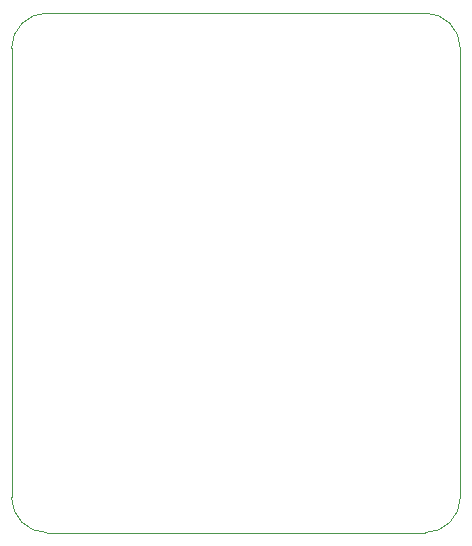
<source format=gbr>
%TF.GenerationSoftware,KiCad,Pcbnew,9.0.0*%
%TF.CreationDate,2025-05-09T11:29:12-04:00*%
%TF.ProjectId,ESP32 Ground Station,45535033-3220-4477-926f-756e64205374,rev?*%
%TF.SameCoordinates,Original*%
%TF.FileFunction,Profile,NP*%
%FSLAX46Y46*%
G04 Gerber Fmt 4.6, Leading zero omitted, Abs format (unit mm)*
G04 Created by KiCad (PCBNEW 9.0.0) date 2025-05-09 11:29:12*
%MOMM*%
%LPD*%
G01*
G04 APERTURE LIST*
%TA.AperFunction,Profile*%
%ADD10C,0.050000*%
%TD*%
G04 APERTURE END LIST*
D10*
X201000000Y-112000000D02*
X233000000Y-112000000D01*
X201000000Y-112000000D02*
G75*
G02*
X198000000Y-109000000I0J3000000D01*
G01*
X236000000Y-109000000D02*
X236000000Y-71000000D01*
X198000000Y-71000000D02*
G75*
G02*
X201000000Y-68000000I3000000J0D01*
G01*
X236000000Y-109000000D02*
G75*
G02*
X233000000Y-112000000I-3000000J0D01*
G01*
X201000000Y-68000000D02*
X233000000Y-68000000D01*
X233000000Y-68000000D02*
G75*
G02*
X236000000Y-71000000I0J-3000000D01*
G01*
X198000000Y-71000000D02*
X198000000Y-109000000D01*
M02*

</source>
